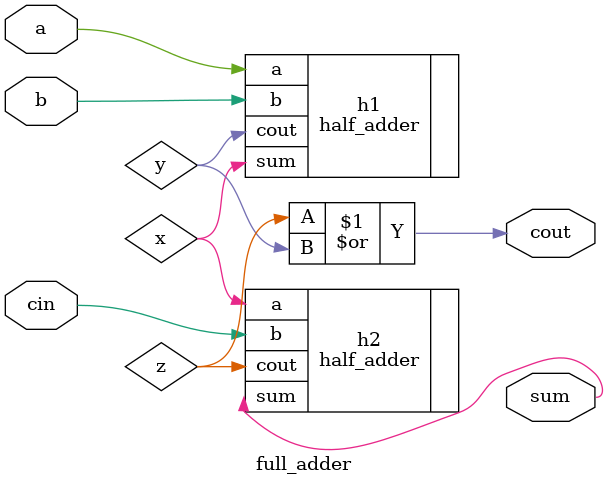
<source format=v>
`timescale 1ns / 1ps
module full_adder(a,b,cin,sum, cout);
input a,b,cin;
output sum, cout;
wire x,y,z;
half_adder h1(.a(a), .b(b), .sum(x), .cout(y));
half_adder h2(.a(x), .b(cin), .sum(sum), .cout(z));
or or_1(cout,z,y);
endmodule
</source>
